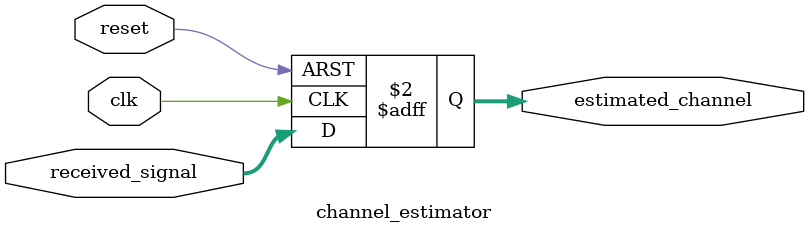
<source format=v>
module channel_estimator (
    input clk,
    input reset,
    input [15:0] received_signal,
    output reg [15:0] estimated_channel
);

always @(posedge clk or posedge reset) begin
    if (reset) begin
        estimated_channel <= 0;
    end else begin
        estimated_channel <= received_signal; 
    end
end

endmodule

</source>
